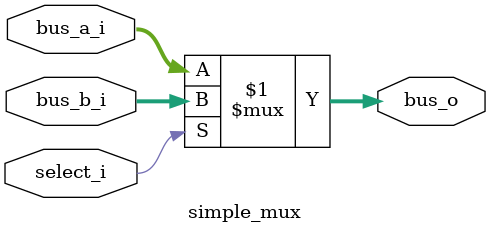
<source format=sv>
module simple_mux #(bits = 3)
	(input logic[bits-1:0] bus_a_i, bus_b_i,
	 input logic select_i,
	output logic[bits-1:0] bus_o);

	assign bus_o = select_i ? bus_b_i : bus_a_i;

endmodule

</source>
